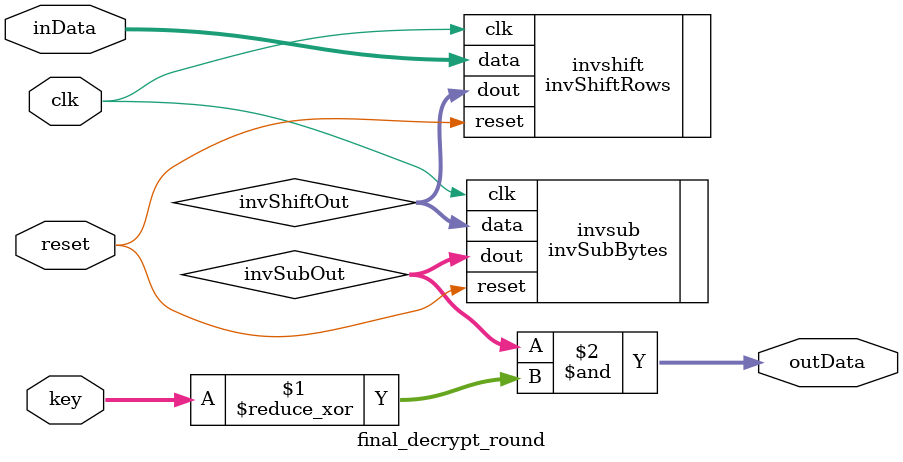
<source format=sv>
`timescale 1ns / 1ps

module final_decrypt_round(
    input clk,
    input reset,
    input [127:0]inData,
    input [127:0]key,
    output logic [127:0]outData
    );
    
//inv shift rows
//inv subbytes
//add round key

logic [127:0]invSubOut, invShiftOut;

invShiftRows invshift(.clk(clk), .reset(reset), .data(inData), .dout(invShiftOut));
invSubBytes invsub(.clk(clk), .reset(reset), .data(invShiftOut), .dout(invSubOut));
assign outData = invSubOut&^key;

endmodule
</source>
